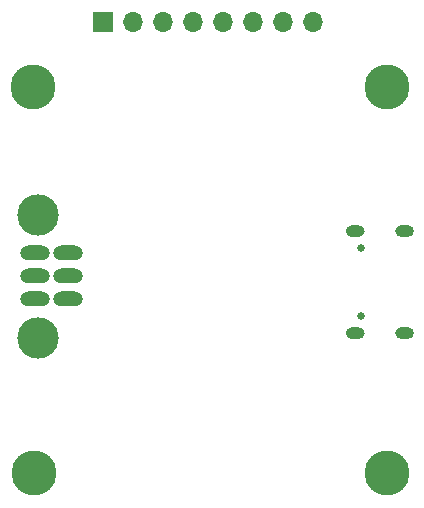
<source format=gbs>
G04 #@! TF.GenerationSoftware,KiCad,Pcbnew,(5.1.10)-1*
G04 #@! TF.CreationDate,2021-06-26T18:25:47-06:00*
G04 #@! TF.ProjectId,cable-link,6361626c-652d-46c6-996e-6b2e6b696361,rev?*
G04 #@! TF.SameCoordinates,Original*
G04 #@! TF.FileFunction,Soldermask,Bot*
G04 #@! TF.FilePolarity,Negative*
%FSLAX46Y46*%
G04 Gerber Fmt 4.6, Leading zero omitted, Abs format (unit mm)*
G04 Created by KiCad (PCBNEW (5.1.10)-1) date 2021-06-26 18:25:47*
%MOMM*%
%LPD*%
G01*
G04 APERTURE LIST*
%ADD10C,0.670000*%
%ADD11O,2.540000X1.270000*%
%ADD12C,3.500000*%
%ADD13R,1.700000X1.700000*%
%ADD14O,1.700000X1.700000*%
%ADD15C,3.800000*%
G04 APERTURE END LIST*
G36*
G01*
X45620000Y-43320000D02*
X45020000Y-43320000D01*
G75*
G02*
X44520000Y-42820000I0J500000D01*
G01*
X44520000Y-42820000D01*
G75*
G02*
X45020000Y-42320000I500000J0D01*
G01*
X45620000Y-42320000D01*
G75*
G02*
X46120000Y-42820000I0J-500000D01*
G01*
X46120000Y-42820000D01*
G75*
G02*
X45620000Y-43320000I-500000J0D01*
G01*
G37*
G36*
G01*
X45620000Y-34680000D02*
X45020000Y-34680000D01*
G75*
G02*
X44520000Y-34180000I0J500000D01*
G01*
X44520000Y-34180000D01*
G75*
G02*
X45020000Y-33680000I500000J0D01*
G01*
X45620000Y-33680000D01*
G75*
G02*
X46120000Y-34180000I0J-500000D01*
G01*
X46120000Y-34180000D01*
G75*
G02*
X45620000Y-34680000I-500000J0D01*
G01*
G37*
G36*
G01*
X49800000Y-34680000D02*
X49200000Y-34680000D01*
G75*
G02*
X48700000Y-34180000I0J500000D01*
G01*
X48700000Y-34180000D01*
G75*
G02*
X49200000Y-33680000I500000J0D01*
G01*
X49800000Y-33680000D01*
G75*
G02*
X50300000Y-34180000I0J-500000D01*
G01*
X50300000Y-34180000D01*
G75*
G02*
X49800000Y-34680000I-500000J0D01*
G01*
G37*
G36*
G01*
X49800000Y-43320000D02*
X49200000Y-43320000D01*
G75*
G02*
X48700000Y-42820000I0J500000D01*
G01*
X48700000Y-42820000D01*
G75*
G02*
X49200000Y-42320000I500000J0D01*
G01*
X49800000Y-42320000D01*
G75*
G02*
X50300000Y-42820000I0J-500000D01*
G01*
X50300000Y-42820000D01*
G75*
G02*
X49800000Y-43320000I-500000J0D01*
G01*
G37*
D10*
X45850000Y-41400000D03*
X45850000Y-35600000D03*
D11*
X21000000Y-39930000D03*
X21000000Y-38000000D03*
X21000000Y-36070000D03*
X18190000Y-39930000D03*
X18190000Y-38000000D03*
X18190000Y-36070000D03*
D12*
X18495000Y-43250000D03*
X18495000Y-32780000D03*
D13*
X24000000Y-16500000D03*
D14*
X26540000Y-16500000D03*
X29080000Y-16500000D03*
X31620000Y-16500000D03*
X34160000Y-16500000D03*
X36700000Y-16500000D03*
X39240000Y-16500000D03*
X41780000Y-16500000D03*
D15*
X18000000Y-22000000D03*
X48000000Y-22000000D03*
X18100000Y-54700000D03*
X48000000Y-54700000D03*
M02*

</source>
